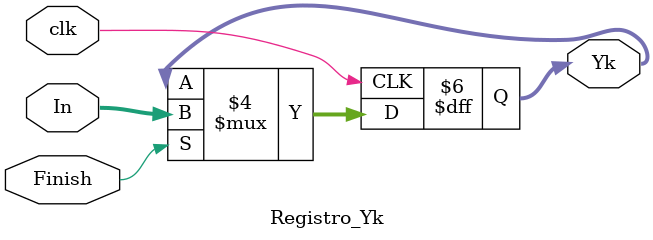
<source format=v>
`timescale 1ns / 1ps
module Registro_Yk #(parameter N = 25 /* Valor de N*/)(
	input wire [2*N-1:0] In,
	input wire Finish,clk,
	output reg [2*N-1:0] Yk
    );

initial
begin
Yk = 0;
end

	always@(posedge clk)
		begin
			if(Finish)
				Yk <= In;
			else
				Yk  <= Yk;
		end

endmodule

</source>
